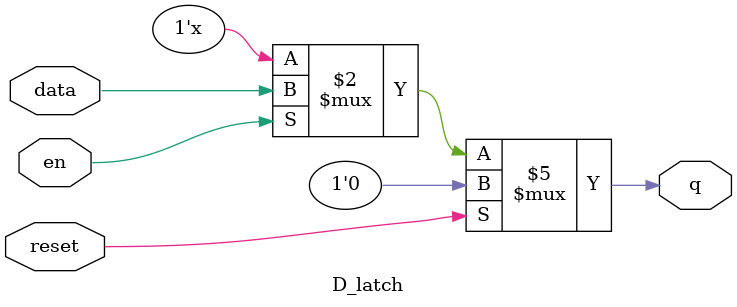
<source format=v>
module D_latch (data, en, reset, q);
input data, en, reset ;
output q;
reg q;
always @ ( en or reset or data)
if (reset) begin
q <= 1'b0;
end else if (en) begin
q <= data;
end
endmodule

</source>
